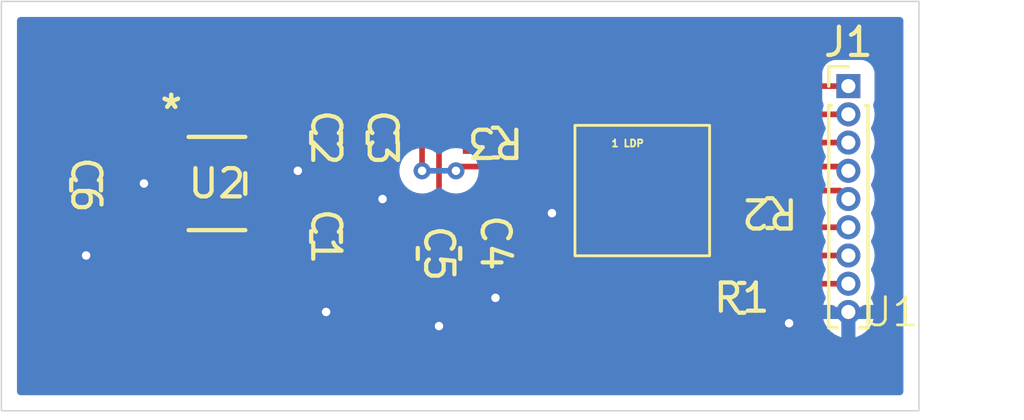
<source format=kicad_pcb>
(kicad_pcb (version 20240108) (generator "pcbnew") (generator_version "8.0")
  (layers (0 "F.Cu" signal) (31 "B.Cu" signal) (34 "B.Paste" user) (35 "F.Paste" user) (36 "B.SilkS" user "B.Silkscreen") (37 "F.SilkS" user "F.Silkscreen") (38 "B.Mask" user) (39 "F.Mask" user) (44 "Edge.Cuts" user))
  (net 0 "")
  (net 1 "Net-(U1-VDDA)")
  (net 2 "GND")
  (net 3 "Net-(J1-Pin_5)")
  (net 4 "Net-(J1-Pin_4)")
  (net 5 "Net-(J1-Pin_1)")
  (net 6 "Net-(U1-Reserve)")
  (net 7 "Net-(J1-Pin_7)")
  (net 8 "Net-(U1-LDP)")
  (net 9 "Net-(J1-Pin_3)")
  (net 10 "Net-(J1-Pin_8)")
  (net 11 "Net-(J1-Pin_6)")
  (net 12 "Net-(U2-NR{slash}FB)")
  (footprint "Library:CAP_CL10_SAM" (layer "F.Cu") (at 96.5 53.8278 -90)
    (property "Reference" "C2" (at 0 0 -90) (layer "F.SilkS"))
    (property "Value" "1uF")
    (fp_line (start -0.19245 0.527) (end 0.19245 0.527) (stroke (width 0.1524)) (layer "F.SilkS"))
    (fp_line (start 0.19245 -0.527) (end -0.19245 -0.527) (stroke (width 0.1524)) (layer "F.SilkS"))
    (pad "1" smd rect (at -0.8278 0 270) (size 0.6556 0.8) (layers "F.Cu" "F.Paste" "F.Mask") (net 1 "Net-(U1-VDDA)"))
    (pad "2" smd rect (at 0.8278 0 270) (size 0.6556 0.8) (layers "F.Cu" "F.Paste" "F.Mask") (net 2 "GND"))
  )
  (footprint "Library:RC0603N_PAN" (layer "F.Cu") (at 111.222201 59.5)
    (property "Reference" "R1" (at 0 0 0) (layer "F.SilkS"))
    (property "Value" "100k")
    (fp_line (start -0.092449 0.526999) (end 0.092449 0.526999) (stroke (width 0.1524)) (layer "F.SilkS"))
    (fp_line (start 0.092449 -0.526999) (end -0.092449 -0.526999) (stroke (width 0.1524)) (layer "F.SilkS"))
    (pad "1" smd rect (at -0.777799 0) (size 0.755599 0.799998) (layers "F.Cu" "F.Paste" "F.Mask") (net 6 "Net-(U1-Reserve)"))
    (pad "2" smd rect (at 0.777799 0) (size 0.755599 0.799998) (layers "F.Cu" "F.Paste" "F.Mask") (net 2 "GND"))
  )
  (footprint "Library:Optical_Sensor" (layer "F.Cu") (at 116.5 60.5)
    (property "Reference" "U1" (at 0 -0.5 0) (layer "F.SilkS") (effects (font (thickness 0.1))))
    (property "Value" "~")
    (fp_line (start -11.185 -3.075) (end -11.185 -7.110012) (stroke (width 0.1)) (layer "F.SilkS"))
    (fp_line (start -11.185 -3.075) (end -11.185 -2.489916) (stroke (width 0.1)) (layer "F.SilkS"))
    (fp_line (start -10.5 -2.49) (end -11.175074 -2.49) (stroke (width 0.1)) (layer "F.SilkS"))
    (fp_line (start -10.5 -2.49) (end -6.414988 -2.49) (stroke (width 0.1)) (layer "F.SilkS"))
    (fp_line (start -7.075 -7.11) (end -11.175 -7.11) (stroke (width 0.1)) (layer "F.SilkS"))
    (fp_line (start -7.075 -7.11) (end -6.414927 -7.11) (stroke (width 0.1)) (layer "F.SilkS"))
    (fp_line (start -6.415 -6.5) (end -6.415 -7.100187) (stroke (width 0.1)) (layer "F.SilkS"))
    (fp_line (start -6.415 -6.5) (end -6.415 -2.5) (stroke (width 0.1)) (layer "F.SilkS"))
    (fp_text user "1 LDP" (at -9.925 -6.325 0) (layer "F.SilkS") (effects (font (size 0.25 0.25) (thickness 0.0625)) (justify left bottom)))
    (pad "1" smd roundrect (at -10.5 -6.5 90) (size 0.5 1.05) (layers "F.Cu" "F.Paste" "F.Mask") (net 8 "Net-(U1-LDP)"))
    (pad "2" smd roundrect (at -10.5 -5.65 90) (size 0.5 1.05) (layers "F.Cu" "F.Paste" "F.Mask") (net 1 "Net-(U1-VDDA)"))
    (pad "3" smd roundrect (at -10.5 -4.8 90) (size 0.5 1.05) (layers "F.Cu" "F.Paste" "F.Mask") (net 5 "Net-(J1-Pin_1)"))
    (pad "4" smd roundrect (at -10.5 -3.95 90) (size 0.5 1.05) (layers "F.Cu" "F.Paste" "F.Mask") (net 2 "GND"))
    (pad "5" smd roundrect (at -10.5 -3.1 90) (size 0.5 1.05) (layers "F.Cu" "F.Paste" "F.Mask") (net 10 "Net-(J1-Pin_8)"))
    (pad "6" smd roundrect (at -7.1 -3.1 90) (size 0.5 1.05) (layers "F.Cu" "F.Paste" "F.Mask") (net 6 "Net-(U1-Reserve)"))
    (pad "7" smd roundrect (at -7.1 -3.95 90) (size 0.5 1.05) (layers "F.Cu" "F.Paste" "F.Mask") (net 7 "Net-(J1-Pin_7)"))
    (pad "8" smd roundrect (at -7.1 -4.8 90) (size 0.5 1.05) (layers "F.Cu" "F.Paste" "F.Mask") (net 3 "Net-(J1-Pin_5)"))
    (pad "9" smd roundrect (at -7.1 -5.65 90) (size 0.5 1.05) (layers "F.Cu" "F.Paste" "F.Mask") (net 4 "Net-(J1-Pin_4)"))
    (pad "10" smd roundrect (at -7.1 -6.5 90) (size 0.5 1.05) (layers "F.Cu" "F.Paste" "F.Mask") (net 9 "Net-(J1-Pin_3)"))
  )
  (footprint "Library:CAP_CL10_SAM" (layer "F.Cu") (at 88 55.5 -90)
    (property "Reference" "C6" (at 0 0 -90) (layer "F.SilkS"))
    (property "Value" "1uF")
    (fp_line (start -0.19245 0.527) (end 0.19245 0.527) (stroke (width 0.1524)) (layer "F.SilkS"))
    (fp_line (start 0.19245 -0.527) (end -0.19245 -0.527) (stroke (width 0.1524)) (layer "F.SilkS"))
    (pad "1" smd rect (at -0.8278 0 270) (size 0.6556 0.8) (layers "F.Cu" "F.Paste" "F.Mask") (net 5 "Net-(J1-Pin_1)"))
    (pad "2" smd rect (at 0.8278 0 270) (size 0.6556 0.8) (layers "F.Cu" "F.Paste" "F.Mask") (net 2 "GND"))
  )
  (footprint "Library:RC0603N_PAN" (layer "F.Cu") (at 112.222201 56.5 180)
    (property "Reference" "R2" (at 0 0 180) (layer "F.SilkS"))
    (property "Value" "3.3k")
    (fp_line (start 0.092449 -0.526999) (end -0.092449 -0.526999) (stroke (width 0.1524)) (layer "F.SilkS"))
    (fp_line (start -0.092449 0.526999) (end 0.092449 0.526999) (stroke (width 0.1524)) (layer "F.SilkS"))
    (pad "1" smd rect (at -0.777799 0 180) (size 0.755599 0.799998) (layers "F.Cu" "F.Paste" "F.Mask") (net 11 "Net-(J1-Pin_6)"))
    (pad "2" smd rect (at 0.777799 0 180) (size 0.755599 0.799998) (layers "F.Cu" "F.Paste" "F.Mask") (net 3 "Net-(J1-Pin_5)"))
  )
  (footprint "Library:DBV5_TEX" (layer "F.Cu") (at 92.63475 55.450001)
    (property "Reference" "U2" (at 0 0 0) (layer "F.SilkS"))
    (property "Value" "TPS73219DBVT")
    (fp_line (start -1.0033 1.651) (end 1.0033 1.651) (stroke (width 0.1524)) (layer "F.SilkS"))
    (fp_line (start 1.0033 -1.651) (end -1.0033 -1.651) (stroke (width 0.1524)) (layer "F.SilkS"))
    (fp_line (start 1.0033 0.363261) (end 1.0033 -0.363261) (stroke (width 0.1524)) (layer "F.SilkS"))
    (fp_text user "*" (at -1.61925 -2.601 0) (layer "F.SilkS"))
    (fp_text user "*" (at -1.61925 -2.601 0) (layer "F.SilkS"))
    (pad "1" smd rect (at -1.36525 -0.950001) (size 0.9779 0.508) (layers "F.Cu" "F.Paste" "F.Mask") (net 5 "Net-(J1-Pin_1)"))
    (pad "2" smd rect (at -1.36525 0) (size 0.9779 0.508) (layers "F.Cu" "F.Paste" "F.Mask") (net 2 "GND"))
    (pad "3" smd rect (at -1.36525 0.950001) (size 0.9779 0.508) (layers "F.Cu" "F.Paste" "F.Mask") (net 5 "Net-(J1-Pin_1)"))
    (pad "4" smd rect (at 1.36525 0.950001) (size 0.9779 0.508) (layers "F.Cu" "F.Paste" "F.Mask") (net 12 "Net-(U2-NR{slash}FB)"))
    (pad "5" smd rect (at 1.36525 -0.950001) (size 0.9779 0.508) (layers "F.Cu" "F.Paste" "F.Mask") (net 1 "Net-(U1-VDDA)"))
  )
  (footprint "Library:RC0603N_PAN" (layer "F.Cu") (at 102.5 54 180)
    (property "Reference" "R3" (at 0 0 180) (layer "F.SilkS"))
    (property "Value" "140")
    (fp_line (start 0.092449 -0.526999) (end -0.092449 -0.526999) (stroke (width 0.1524)) (layer "F.SilkS"))
    (fp_line (start -0.092449 0.526999) (end 0.092449 0.526999) (stroke (width 0.1524)) (layer "F.SilkS"))
    (pad "1" smd rect (at -0.777799 0 180) (size 0.755599 0.799998) (layers "F.Cu" "F.Paste" "F.Mask") (net 8 "Net-(U1-LDP)"))
    (pad "2" smd rect (at 0.777799 0 180) (size 0.755599 0.799998) (layers "F.Cu" "F.Paste" "F.Mask") (net 5 "Net-(J1-Pin_1)"))
  )
  (footprint "Library:CAP_CL05_SAM" (layer "F.Cu") (at 102.5 57.5528 -90)
    (property "Reference" "C4" (at 0 0 -90) (layer "F.SilkS"))
    (property "Value" "0.1uF")
    (pad "1" smd rect (at -0.5528 0 270) (size 0.6056 0.5) (layers "F.Cu" "F.Paste" "F.Mask") (net 5 "Net-(J1-Pin_1)"))
    (pad "2" smd rect (at 0.5528 0 270) (size 0.6056 0.5) (layers "F.Cu" "F.Paste" "F.Mask") (net 2 "GND"))
  )
  (footprint "Library:CAP_CL10_SAM" (layer "F.Cu") (at 98.5 53.8278 -90)
    (property "Reference" "C3" (at 0 0 -90) (layer "F.SilkS"))
    (property "Value" "1uF")
    (fp_line (start -0.19245 0.527) (end 0.19245 0.527) (stroke (width 0.1524)) (layer "F.SilkS"))
    (fp_line (start 0.19245 -0.527) (end -0.19245 -0.527) (stroke (width 0.1524)) (layer "F.SilkS"))
    (pad "1" smd rect (at -0.8278 0 270) (size 0.6556 0.8) (layers "F.Cu" "F.Paste" "F.Mask") (net 1 "Net-(U1-VDDA)"))
    (pad "2" smd rect (at 0.8278 0 270) (size 0.6556 0.8) (layers "F.Cu" "F.Paste" "F.Mask") (net 2 "GND"))
  )
  (footprint "Library:CAP_CL10_SAM" (layer "F.Cu") (at 96.5 57.3278 -90)
    (property "Reference" "C1" (at 0 0 -90) (layer "F.SilkS"))
    (property "Value" "1uF")
    (fp_line (start -0.19245 0.527) (end 0.19245 0.527) (stroke (width 0.1524)) (layer "F.SilkS"))
    (fp_line (start 0.19245 -0.527) (end -0.19245 -0.527) (stroke (width 0.1524)) (layer "F.SilkS"))
    (pad "1" smd rect (at -0.8278 0 270) (size 0.6556 0.8) (layers "F.Cu" "F.Paste" "F.Mask") (net 12 "Net-(U2-NR{slash}FB)"))
    (pad "2" smd rect (at 0.8278 0 270) (size 0.6556 0.8) (layers "F.Cu" "F.Paste" "F.Mask") (net 2 "GND"))
  )
  (footprint "Library:CAP_CL21_SAM" (layer "F.Cu") (at 100.5 57.9278 -90)
    (property "Reference" "C5" (at 0 0 -90) (layer "F.SilkS"))
    (property "Value" "10uF")
    (fp_line (start -0.19245 0.752) (end 0.19245 0.752) (stroke (width 0.1524)) (layer "F.SilkS"))
    (fp_line (start 0.19245 -0.752) (end -0.19245 -0.752) (stroke (width 0.1524)) (layer "F.SilkS"))
    (pad "1" smd rect (at -0.9278 0 270) (size 0.8556 1.25) (layers "F.Cu" "F.Paste" "F.Mask") (net 5 "Net-(J1-Pin_1)"))
    (pad "2" smd rect (at 0.9278 0 270) (size 0.8556 1.25) (layers "F.Cu" "F.Paste" "F.Mask") (net 2 "GND"))
  )
  (footprint "Connector_PinHeader_1.00mm:PinHeader_1x09_P1.00mm_Vertical" (layer "F.Cu") (at 115 52)
    (property "Reference" "J1" (at 0 -1.56 0) (layer "F.SilkS"))
    (property "Value" "Conn_01x09_Pin")
    (fp_line (start -0.695 -0.685) (end 0 -0.685) (stroke (width 0.12)) (layer "F.SilkS"))
    (fp_line (start -0.695 0) (end -0.695 -0.685) (stroke (width 0.12)) (layer "F.SilkS"))
    (fp_line (start -0.695 0.685) (end -0.695 8.56) (stroke (width 0.12)) (layer "F.SilkS"))
    (fp_line (start -0.695 0.685) (end -0.608276 0.685) (stroke (width 0.12)) (layer "F.SilkS"))
    (fp_line (start -0.695 8.56) (end -0.394493 8.56) (stroke (width 0.12)) (layer "F.SilkS"))
    (fp_line (start 0.394493 8.56) (end 0.695 8.56) (stroke (width 0.12)) (layer "F.SilkS"))
    (fp_line (start 0.608276 0.685) (end 0.695 0.685) (stroke (width 0.12)) (layer "F.SilkS"))
    (fp_line (start 0.695 0.685) (end 0.695 8.56) (stroke (width 0.12)) (layer "F.SilkS"))
    (pad "1" thru_hole rect (at 0 0) (size 0.85 0.85) (drill 0.5) (layers "*.Cu" "*.Mask") (net 5 "Net-(J1-Pin_1)"))
    (pad "2" thru_hole oval (at 0 1) (size 0.85 0.85) (drill 0.5) (layers "*.Cu" "*.Mask") (net 5 "Net-(J1-Pin_1)"))
    (pad "3" thru_hole oval (at 0 2) (size 0.85 0.85) (drill 0.5) (layers "*.Cu" "*.Mask") (net 9 "Net-(J1-Pin_3)"))
    (pad "4" thru_hole oval (at 0 3) (size 0.85 0.85) (drill 0.5) (layers "*.Cu" "*.Mask") (net 4 "Net-(J1-Pin_4)"))
    (pad "5" thru_hole oval (at 0 4) (size 0.85 0.85) (drill 0.5) (layers "*.Cu" "*.Mask") (net 3 "Net-(J1-Pin_5)"))
    (pad "6" thru_hole oval (at 0 5) (size 0.85 0.85) (drill 0.5) (layers "*.Cu" "*.Mask") (net 11 "Net-(J1-Pin_6)"))
    (pad "7" thru_hole oval (at 0 6) (size 0.85 0.85) (drill 0.5) (layers "*.Cu" "*.Mask") (net 7 "Net-(J1-Pin_7)"))
    (pad "8" thru_hole oval (at 0 7) (size 0.85 0.85) (drill 0.5) (layers "*.Cu" "*.Mask") (net 10 "Net-(J1-Pin_8)"))
    (pad "9" thru_hole oval (at 0 8) (size 0.85 0.85) (drill 0.5) (layers "*.Cu" "*.Mask") (net 2 "GND"))
  )
  (gr_line (start 117.5 49) (end 85 49) (stroke (width 0.05)) (layer "Edge.Cuts"))
  (gr_line (start 85 63.5) (end 117.5 63.5) (stroke (width 0.05)) (layer "Edge.Cuts"))
  (gr_line (start 117.5 63.5) (end 117.5 49) (stroke (width 0.05)) (layer "Edge.Cuts"))
  (gr_line (start 85 49) (end 85 63.5) (stroke (width 0.05)) (layer "Edge.Cuts"))
  (segment (start 99.1 53) (end 99.9 53.8) (width 0.2) (layer "F.Cu") (net 1))
  (segment (start 101.25 54.85) (end 101.1 55) (width 0.2) (layer "F.Cu") (net 1))
  (segment (start 99.9 53.8) (end 99.9 55) (width 0.2) (layer "F.Cu") (net 1))
  (segment (start 98.5 53) (end 99.1 53) (width 0.2) (layer "F.Cu") (net 1))
  (segment (start 96.5 53) (end 98.5 53) (width 0.2) (layer "F.Cu") (net 1))
  (segment (start 94 54.5) (end 95.5 53) (width 0.2) (layer "F.Cu") (net 1))
  (segment (start 95.5 53) (end 96.5 53) (width 0.2) (layer "F.Cu") (net 1))
  (segment (start 106 54.85) (end 101.25 54.85) (width 0.2) (layer "F.Cu") (net 1))
  (via (at 101.1 55) (size 0.6) (drill 0.3) (layers "F.Cu" "B.Cu") (net 1))
  (via (at 99.9 55) (size 0.6) (drill 0.3) (layers "F.Cu" "B.Cu") (net 1))
  (segment (start 101.1 55) (end 99.9 55) (width 0.2) (layer "B.Cu") (net 1))
  (segment (start 96.5 54.6556) (end 95.8444 54.6556) (width 0.2) (layer "F.Cu") (net 2))
  (segment (start 91.2695 55.450001) (end 90.049999 55.450001) (width 0.2) (layer "F.Cu") (net 2))
  (segment (start 102.5 58.1056) (end 102.5 59.5) (width 0.2) (layer "F.Cu") (net 2))
  (segment (start 88 56.3278) (end 88 58) (width 0.2) (layer "F.Cu") (net 2))
  (segment (start 96.5 58.1556) (end 96.5 60) (width 0.2) (layer "F.Cu") (net 2))
  (segment (start 106 56.55) (end 104.55 56.55) (width 0.2) (layer "F.Cu") (net 2))
  (segment (start 112 59.5) (end 112.9 60.4) (width 0.2) (layer "F.Cu") (net 2))
  (segment (start 104.55 56.55) (end 104.5 56.5) (width 0.2) (layer "F.Cu") (net 2))
  (segment (start 95.8444 54.6556) (end 95.5 55) (width 0.2) (layer "F.Cu") (net 2))
  (segment (start 90 55.5) (end 90.049999 55.450001) (width 0.2) (layer "F.Cu") (net 2))
  (segment (start 98.5 54.6556) (end 98.5 56) (width 0.2) (layer "F.Cu") (net 2))
  (segment (start 100.5 58.8556) (end 100.5 60.5) (width 0.2) (layer "F.Cu") (net 2))
  (via (at 100.5 60.5) (size 0.6) (drill 0.3) (layers "F.Cu" "B.Cu") (net 2))
  (via (at 90.049999 55.450001) (size 0.6) (drill 0.3) (layers "F.Cu" "B.Cu") (net 2))
  (via (at 112.9 60.4) (size 0.6) (drill 0.3) (layers "F.Cu" "B.Cu") (net 2))
  (via (at 98.5 56) (size 0.6) (drill 0.3) (layers "F.Cu" "B.Cu") (net 2))
  (via (at 96.5 60) (size 0.6) (drill 0.3) (layers "F.Cu" "B.Cu") (net 2))
  (via (at 95.5 55) (size 0.6) (drill 0.3) (layers "F.Cu" "B.Cu") (net 2))
  (via (at 102.5 59.5) (size 0.6) (drill 0.3) (layers "F.Cu" "B.Cu") (net 2))
  (via (at 88 58) (size 0.6) (drill 0.3) (layers "F.Cu" "B.Cu") (net 2))
  (via (at 104.5 56.5) (size 0.6) (drill 0.3) (layers "F.Cu" "B.Cu") (net 2))
  (segment (start 114.7 55.7) (end 115 56) (width 0.2) (layer "F.Cu") (net 3))
  (segment (start 109.4 55.7) (end 114.7 55.7) (width 0.2) (layer "F.Cu") (net 3))
  (segment (start 110.644402 55.7) (end 111.444402 56.5) (width 0.2) (layer "F.Cu") (net 3))
  (segment (start 109.4 55.7) (end 110.644402 55.7) (width 0.2) (layer "F.Cu") (net 3))
  (segment (start 114.85 54.85) (end 115 55) (width 0.2) (layer "F.Cu") (net 4))
  (segment (start 109.4 54.85) (end 114.85 54.85) (width 0.2) (layer "F.Cu") (net 4))
  (segment (start 89.5 56) (end 88.1722 54.6722) (width 0.2) (layer "F.Cu") (net 5))
  (segment (start 106 55.7) (end 103.8 55.7) (width 0.2) (layer "F.Cu") (net 5))
  (segment (start 103.8 55.7) (end 102.5 57) (width 0.2) (layer "F.Cu") (net 5))
  (segment (start 91.2695 54.5) (end 88.1722 54.5) (width 0.2) (layer "F.Cu") (net 5))
  (segment (start 115 52) (end 101 52) (width 0.2) (layer "F.Cu") (net 5))
  (segment (start 88.1722 54.5) (end 88 54.6722) (width 0.2) (layer "F.Cu") (net 5))
  (segment (start 91.2695 56.400002) (end 89.839824 56.400002) (width 0.2) (layer "F.Cu") (net 5))
  (segment (start 113.5 53) (end 115 53) (width 0.2) (layer "F.Cu") (net 5))
  (segment (start 89.5 56.060178) (end 89.5 56) (width 0.2) (layer "F.Cu") (net 5))
  (segment (start 88.1722 54.6722) (end 88 54.6722) (width 0.2) (layer "F.Cu") (net 5))
  (segment (start 100.5 57) (end 100.5 54) (width 0.2) (layer "F.Cu") (net 5))
  (segment (start 100.5 54) (end 101.722201 54) (width 0.2) (layer "F.Cu") (net 5))
  (segment (start 113 52.5) (end 113.5 53) (width 0.2) (layer "F.Cu") (net 5))
  (segment (start 88 53) (end 88 54.6722) (width 0.2) (layer "F.Cu") (net 5))
  (segment (start 100 52) (end 89 52) (width 0.2) (layer "F.Cu") (net 5))
  (segment (start 89.839824 56.400002) (end 89.5 56.060178) (width 0.2) (layer "F.Cu") (net 5))
  (segment (start 101 52) (end 100.5 52.5) (width 0.2) (layer "F.Cu") (net 5))
  (segment (start 89 52) (end 88 53) (width 0.2) (layer "F.Cu") (net 5))
  (segment (start 100.5 54) (end 100.5 52.5) (width 0.2) (layer "F.Cu") (net 5))
  (segment (start 102.5 57) (end 100.5 57) (width 0.2) (layer "F.Cu") (net 5))
  (segment (start 100.5 52.5) (end 113 52.5) (width 0.2) (layer "F.Cu") (net 5))
  (segment (start 100.5 52.5) (end 100 52) (width 0.2) (layer "F.Cu") (net 5))
  (segment (start 110.444402 58.444402) (end 110.444402 59.5) (width 0.2) (layer "F.Cu") (net 6))
  (segment (start 109.4 57.4) (end 110.444402 58.444402) (width 0.2) (layer "F.Cu") (net 6))
  (segment (start 111.5 58) (end 115 58) (width 0.2) (layer "F.Cu") (net 7))
  (segment (start 110.279506 56.55) (end 110.5 56.770494) (width 0.2) (layer "F.Cu") (net 7))
  (segment (start 110.5 57.5) (end 111 57.5) (width 0.2) (layer "F.Cu") (net 7))
  (segment (start 109.4 56.55) (end 110.279506 56.55) (width 0.2) (layer "F.Cu") (net 7))
  (segment (start 111 57.5) (end 111.5 58) (width 0.2) (layer "F.Cu") (net 7))
  (segment (start 110.5 56.770494) (end 110.5 57.5) (width 0.2) (layer "F.Cu") (net 7))
  (segment (start 106 54) (end 103.277799 54) (width 0.2) (layer "F.Cu") (net 8))
  (segment (start 109.4 54) (end 115 54) (width 0.2) (layer "F.Cu") (net 9))
  (segment (start 113.5 59) (end 113.5 61) (width 0.2) (layer "F.Cu") (net 10))
  (segment (start 115 59) (end 113.5 59) (width 0.2) (layer "F.Cu") (net 10))
  (segment (start 106 60) (end 106 57.4) (width 0.2) (layer "F.Cu") (net 10))
  (segment (start 113.5 61) (end 107 61) (width 0.2) (layer "F.Cu") (net 10))
  (segment (start 107 61) (end 106 60) (width 0.2) (layer "F.Cu") (net 10))
  (segment (start 113.5 57) (end 115 57) (width 0.2) (layer "F.Cu") (net 11))
  (segment (start 113 56.5) (end 113.5 57) (width 0.2) (layer "F.Cu") (net 11))
  (segment (start 96.400002 56.400002) (end 96.5 56.5) (width 0.2) (layer "F.Cu") (net 12))
  (segment (start 94 56.400002) (end 96.400002 56.400002) (width 0.2) (layer "F.Cu") (net 12))
  (zone (net 2) (net_name "GND") (layer "B.Cu") (connect_pads (clearance 0.5)) (min_thickness 0.25) (fill yes (thermal_gap 0.5) (thermal_bridge_width 0.5))
    (polygon (pts (xy 85 49) (xy 117.5 49) (xy 117.5 63.5) (xy 85 63.5)))
  )
)
</source>
